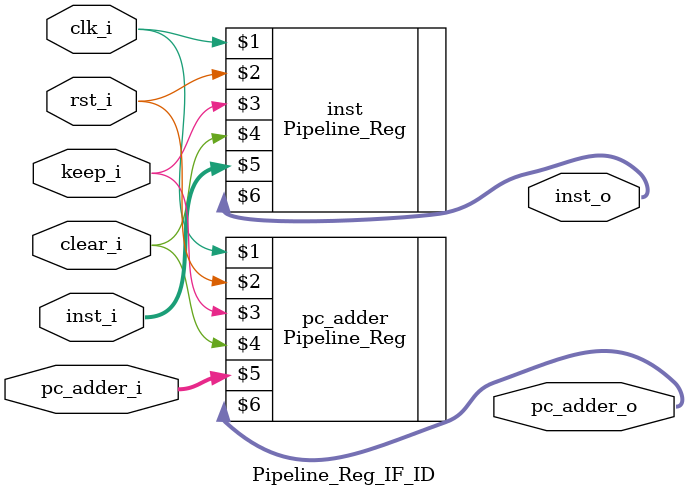
<source format=v>
`timescale 1ns / 1ps

module Pipeline_Reg_IF_ID (
  clk_i,
  rst_i,
  keep_i,
  clear_i,
  inst_i,
  pc_adder_i,
  inst_o,
  pc_adder_o
);

input clk_i, rst_i, keep_i, clear_i;
input [31:0] inst_i, pc_adder_i;
output [31:0] inst_o, pc_adder_o;

Pipeline_Reg #(.size(32)) inst(clk_i, rst_i,
                               keep_i,
                               clear_i,
                               inst_i,
                               inst_o);

Pipeline_Reg #(.size(32)) pc_adder(clk_i, rst_i,
                                   keep_i,
                                   clear_i,
                                   pc_adder_i,
                                   pc_adder_o);

endmodule

</source>
